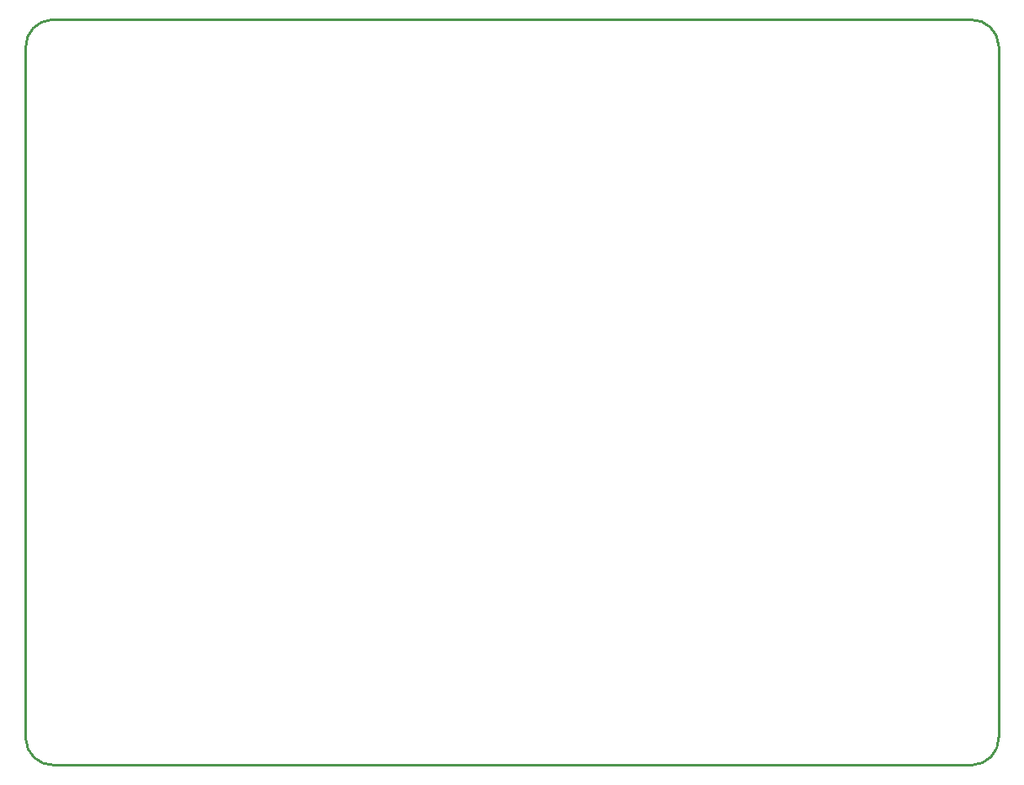
<source format=gm1>
G04*
G04 #@! TF.GenerationSoftware,Altium Limited,Altium Designer,22.0.2 (36)*
G04*
G04 Layer_Color=16711935*
%FSLAX25Y25*%
%MOIN*%
G70*
G04*
G04 #@! TF.SameCoordinates,8A9B01F1-EDD2-4DB2-B9E0-C6938A593893*
G04*
G04*
G04 #@! TF.FilePolarity,Positive*
G04*
G01*
G75*
%ADD17C,0.01000*%
D17*
X483500Y384000D02*
G03*
X472500Y394500I-10750J-250D01*
G01*
X473000Y99212D02*
G03*
X483500Y110212I-250J10750D01*
G01*
X97996Y109712D02*
G03*
X108996Y99212I10750J250D01*
G01*
X108500Y394500D02*
G03*
X98000Y383500I250J-10750D01*
G01*
X108500Y394500D02*
X472130Y394500D01*
X108996Y99212D02*
X472626Y99212D01*
X97996Y109712D02*
Y383496D01*
X483500Y110240D02*
Y384000D01*
M02*

</source>
